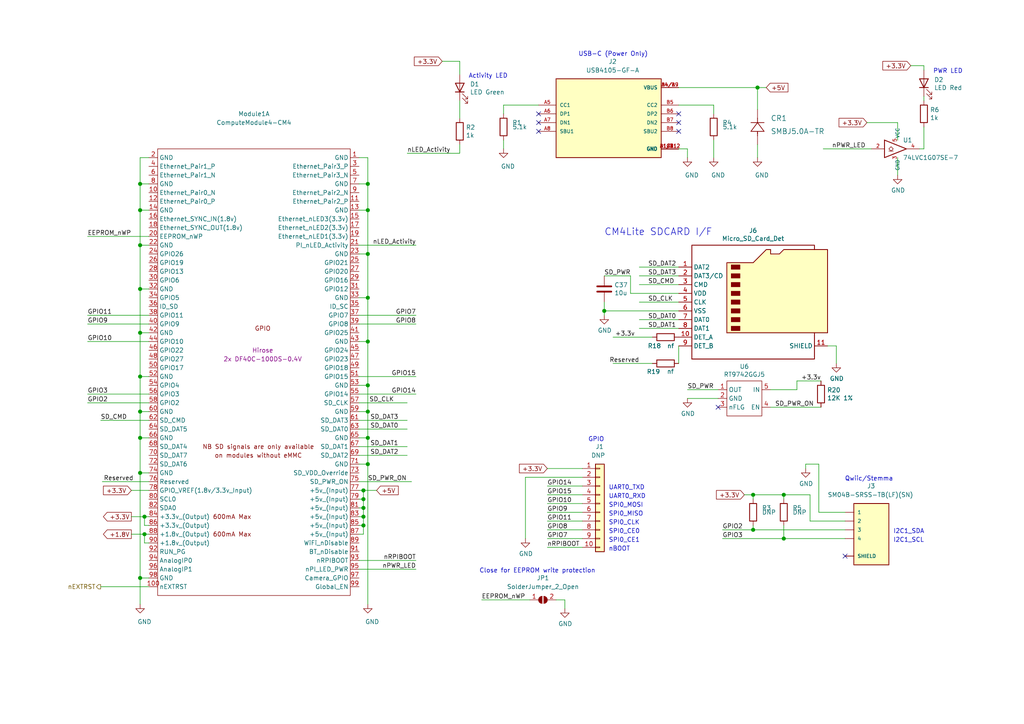
<source format=kicad_sch>
(kicad_sch (version 20231120) (generator "eeschema") (generator_version "8.0")
  (paper "A4")
  (title_block (title "Raspberry Pi Compute Module 4 USB3 and uSD") (date "2024-11-02") (rev "v01") (comment 2 "creativecommons.org/licenses/by-sa/4.0") (comment 3 "License: CC BY-SA 4.0") (comment 4 "Author: Michael Izquierdo"))
  (lib_symbols
    (symbol "2020-11-06_22-01-36:SMBJ5.0A-TR" (pin_numbers hide) (pin_names (offset -1.651) hide)
      (property "Reference" "CR" (at 5.08 4.445 0))
      (property "Value" "SMBJ5.0A-TR" (at 5.08 -7.62 0))
      (symbol "SMBJ5.0A-TR_1_1"
        (pin unspecified line (at 10.16 0 180) (length 2.54) (name "1") (number "1"))
        (pin unspecified line (at 0 0 0) (length 2.54) (name "2") (number "2"))
      )
    )
    (symbol "CM4IO:74LVC1G07_copy"
      (property "Reference" "U" (at -2.54 3.81 0))
      (property "Value" "74LVC1G07_copy" (at 0 -3.81 0))
      (symbol "74LVC1G07_copy_1_1"
        (pin input line (at -7.62 0 0) (length 3.81) (name "~") (number "2"))
        (pin power_in line (at 0 -2.54 270) (length 0) (name "GND") (number "3"))
        (pin open_collector line (at 6.35 0 180) (length 3.81) (name "~") (number "4"))
        (pin power_in line (at 0 2.54 90) (length 0) (name "VCC") (number "5"))
      )
    )
    (symbol "CM4IO:ComputeModule4-CM4"
      (property "Reference" "Module" (at 113.03 -68.58 0))
      (property "Value" "ComputeModule4-CM4" (at 140.97 2.54 0))
      (property "Manufacturer" "Hirose" (at 0 0 0))
      (property "MPN" "2x DF40C-100DS-0.4V" (at 0 -2.54 0))
      (property "MPN (Alt)" "2x DF40HC(3.0)-100DS-0.4V" (at 0 0 0))
      (symbol "ComputeModule4-CM4_1_0"
        (text "GPIO" (at 0 6.35 0) (effects (font (size 1.27 1.27))))
      )
      (symbol "ComputeModule4-CM4_1_1"
        (text "600mA Max" (at -8.89 -53.34 0) (effects (font (size 1.27 1.27))))
        (text "600mA Max" (at -8.89 -48.26 0) (effects (font (size 1.27 1.27))))
        (text "NB SD signals are only available" (at -1.27 -27.94 0) (effects (font (size 1.27 1.27))))
        (text "on modules without eMMC" (at -1.27 -30.48 0) (effects (font (size 1.27 1.27))))
        (pin power_in line (at 27.94 55.88 180) (length 2.54) (name "GND") (number "1"))
        (pin passive line (at -33.02 45.72 0) (length 2.54) (name "Ethernet_Pair0_N") (number "10"))
        (pin output line (at -33.02 -68.58 0) (length 2.54) (name "nEXTRST") (number "100"))
        (pin passive line (at 27.94 43.18 180) (length 2.54) (name "Ethernet_Pair2_P") (number "11"))
        (pin passive line (at -33.02 43.18 0) (length 2.54) (name "Ethernet_Pair0_P") (number "12"))
        (pin power_in line (at 27.94 40.64 180) (length 2.54) (name "GND") (number "13"))
        (pin power_in line (at -33.02 40.64 0) (length 2.54) (name "GND") (number "14"))
        (pin output line (at 27.94 38.1 180) (length 2.54) (name "Ethernet_nLED3(3.3v)") (number "15"))
        (pin input line (at -33.02 38.1 0) (length 2.54) (name "Ethernet_SYNC_IN(1.8v)") (number "16"))
        (pin output line (at 27.94 35.56 180) (length 2.54) (name "Ethernet_nLED2(3.3v)") (number "17"))
        (pin input line (at -33.02 35.56 0) (length 2.54) (name "Ethernet_SYNC_OUT(1.8v)") (number "18"))
        (pin output line (at 27.94 33.02 180) (length 2.54) (name "Ethernet_nLED1(3.3v)") (number "19"))
        (pin power_in line (at -33.02 55.88 0) (length 2.54) (name "GND") (number "2"))
        (pin passive line (at -33.02 33.02 0) (length 2.54) (name "EEPROM_nWP") (number "20"))
        (pin open_collector line (at 27.94 30.48 180) (length 2.54) (name "PI_nLED_Activity") (number "21"))
        (pin power_in line (at -33.02 30.48 0) (length 2.54) (name "GND") (number "22"))
        (pin power_in line (at 27.94 27.94 180) (length 2.54) (name "GND") (number "23"))
        (pin passive line (at -33.02 27.94 0) (length 2.54) (name "GPIO26") (number "24"))
        (pin passive line (at 27.94 25.4 180) (length 2.54) (name "GPIO21") (number "25"))
        (pin passive line (at -33.02 25.4 0) (length 2.54) (name "GPIO19") (number "26"))
        (pin passive line (at 27.94 22.86 180) (length 2.54) (name "GPIO20") (number "27"))
        (pin passive line (at -33.02 22.86 0) (length 2.54) (name "GPIO13") (number "28"))
        (pin passive line (at 27.94 20.32 180) (length 2.54) (name "GPIO16") (number "29"))
        (pin passive line (at 27.94 53.34 180) (length 2.54) (name "Ethernet_Pair3_P") (number "3"))
        (pin passive line (at -33.02 20.32 0) (length 2.54) (name "GPIO6") (number "30"))
        (pin passive line (at 27.94 17.78 180) (length 2.54) (name "GPIO12") (number "31"))
        (pin power_in line (at -33.02 17.78 0) (length 2.54) (name "GND") (number "32"))
        (pin power_in line (at 27.94 15.24 180) (length 2.54) (name "GND") (number "33"))
        (pin passive line (at -33.02 15.24 0) (length 2.54) (name "GPIO5") (number "34"))
        (pin passive line (at 27.94 12.7 180) (length 2.54) (name "ID_SC") (number "35"))
        (pin passive line (at -33.02 12.7 0) (length 2.54) (name "ID_SD") (number "36"))
        (pin passive line (at 27.94 10.16 180) (length 2.54) (name "GPIO7") (number "37"))
        (pin passive line (at -33.02 10.16 0) (length 2.54) (name "GPIO11") (number "38"))
        (pin passive line (at 27.94 7.62 180) (length 2.54) (name "GPIO8") (number "39"))
        (pin passive line (at -33.02 53.34 0) (length 2.54) (name "Ethernet_Pair1_P") (number "4"))
        (pin passive line (at -33.02 7.62 0) (length 2.54) (name "GPIO9") (number "40"))
        (pin passive line (at 27.94 5.08 180) (length 2.54) (name "GPIO25") (number "41"))
        (pin power_in line (at -33.02 5.08 0) (length 2.54) (name "GND") (number "42"))
        (pin power_in line (at 27.94 2.54 180) (length 2.54) (name "GND") (number "43"))
        (pin passive line (at -33.02 2.54 0) (length 2.54) (name "GPIO10") (number "44"))
        (pin passive line (at 27.94 0 180) (length 2.54) (name "GPIO24") (number "45"))
        (pin passive line (at -33.02 0 0) (length 2.54) (name "GPIO22") (number "46"))
        (pin passive line (at 27.94 -2.54 180) (length 2.54) (name "GPIO23") (number "47"))
        (pin passive line (at -33.02 -2.54 0) (length 2.54) (name "GPIO27") (number "48"))
        (pin passive line (at 27.94 -5.08 180) (length 2.54) (name "GPIO18") (number "49"))
        (pin passive line (at 27.94 50.8 180) (length 2.54) (name "Ethernet_Pair3_N") (number "5"))
        (pin passive line (at -33.02 -5.08 0) (length 2.54) (name "GPIO17") (number "50"))
        (pin passive line (at 27.94 -7.62 180) (length 2.54) (name "GPIO15") (number "51"))
        (pin power_in line (at -33.02 -7.62 0) (length 2.54) (name "GND") (number "52"))
        (pin power_in line (at 27.94 -10.16 180) (length 2.54) (name "GND") (number "53"))
        (pin passive line (at -33.02 -10.16 0) (length 2.54) (name "GPIO4") (number "54"))
        (pin passive line (at 27.94 -12.7 180) (length 2.54) (name "GPIO14") (number "55"))
        (pin passive line (at -33.02 -12.7 0) (length 2.54) (name "GPIO3") (number "56"))
        (pin passive line (at 27.94 -15.24 180) (length 2.54) (name "SD_CLK") (number "57"))
        (pin passive line (at -33.02 -15.24 0) (length 2.54) (name "GPIO2") (number "58"))
        (pin power_in line (at 27.94 -17.78 180) (length 2.54) (name "GND") (number "59"))
        (pin passive line (at -33.02 50.8 0) (length 2.54) (name "Ethernet_Pair1_N") (number "6"))
        (pin power_in line (at -33.02 -17.78 0) (length 2.54) (name "GND") (number "60"))
        (pin passive line (at 27.94 -20.32 180) (length 2.54) (name "SD_DAT3") (number "61"))
        (pin passive line (at -33.02 -20.32 0) (length 2.54) (name "SD_CMD") (number "62"))
        (pin passive line (at 27.94 -22.86 180) (length 2.54) (name "SD_DAT0") (number "63"))
        (pin passive line (at -33.02 -22.86 0) (length 2.54) (name "SD_DAT5") (number "64"))
        (pin power_in line (at 27.94 -25.4 180) (length 2.54) (name "GND") (number "65"))
        (pin power_in line (at -33.02 -25.4 0) (length 2.54) (name "GND") (number "66"))
        (pin passive line (at 27.94 -27.94 180) (length 2.54) (name "SD_DAT1") (number "67"))
        (pin passive line (at -33.02 -27.94 0) (length 2.54) (name "SD_DAT4") (number "68"))
        (pin passive line (at 27.94 -30.48 180) (length 2.54) (name "SD_DAT2") (number "69"))
        (pin power_in line (at 27.94 48.26 180) (length 2.54) (name "GND") (number "7"))
        (pin passive line (at -33.02 -30.48 0) (length 2.54) (name "SD_DAT7") (number "70"))
        (pin power_in line (at 27.94 -33.02 180) (length 2.54) (name "GND") (number "71"))
        (pin passive line (at -33.02 -33.02 0) (length 2.54) (name "SD_DAT6") (number "72"))
        (pin input line (at 27.94 -35.56 180) (length 2.54) (name "SD_VDD_Override") (number "73"))
        (pin power_in line (at -33.02 -35.56 0) (length 2.54) (name "GND") (number "74"))
        (pin output line (at 27.94 -38.1 180) (length 2.54) (name "SD_PWR_ON") (number "75"))
        (pin passive line (at -33.02 -38.1 0) (length 2.54) (name "Reserved") (number "76"))
        (pin power_in line (at 27.94 -40.64 180) (length 2.54) (name "+5v_(Input)") (number "77"))
        (pin power_in line (at -33.02 -40.64 0) (length 2.54) (name "GPIO_VREF(1.8v/3.3v_Input)") (number "78"))
        (pin power_in line (at 27.94 -43.18 180) (length 2.54) (name "+5v_(Input)") (number "79"))
        (pin power_in line (at -33.02 48.26 0) (length 2.54) (name "GND") (number "8"))
        (pin passive line (at -33.02 -43.18 0) (length 2.54) (name "SCL0") (number "80"))
        (pin power_in line (at 27.94 -45.72 180) (length 2.54) (name "+5v_(Input)") (number "81"))
        (pin passive line (at -33.02 -45.72 0) (length 2.54) (name "SDA0") (number "82"))
        (pin power_in line (at 27.94 -48.26 180) (length 2.54) (name "+5v_(Input)") (number "83"))
        (pin power_out line (at -33.02 -48.26 0) (length 2.54) (name "+3.3v_(Output)") (number "84"))
        (pin power_in line (at 27.94 -50.8 180) (length 2.54) (name "+5v_(Input)") (number "85"))
        (pin power_out line (at -33.02 -50.8 0) (length 2.54) (name "+3.3v_(Output)") (number "86"))
        (pin power_in line (at 27.94 -53.34 180) (length 2.54) (name "+5v_(Input)") (number "87"))
        (pin power_out line (at -33.02 -53.34 0) (length 2.54) (name "+1.8v_(Output)") (number "88"))
        (pin power_in line (at 27.94 -55.88 180) (length 2.54) (name "WiFi_nDisable") (number "89"))
        (pin passive line (at 27.94 45.72 180) (length 2.54) (name "Ethernet_Pair2_N") (number "9"))
        (pin power_out line (at -33.02 -55.88 0) (length 2.54) (name "+1.8v_(Output)") (number "90"))
        (pin power_in line (at 27.94 -58.42 180) (length 2.54) (name "BT_nDisable") (number "91"))
        (pin passive line (at -33.02 -58.42 0) (length 2.54) (name "RUN_PG") (number "92"))
        (pin input line (at 27.94 -60.96 180) (length 2.54) (name "nRPIBOOT") (number "93"))
        (pin passive line (at -33.02 -60.96 0) (length 2.54) (name "AnalogIP0") (number "94"))
        (pin output line (at 27.94 -63.5 180) (length 2.54) (name "nPI_LED_PWR") (number "95"))
        (pin passive line (at -33.02 -63.5 0) (length 2.54) (name "AnalogIP1") (number "96"))
        (pin passive line (at 27.94 -66.04 180) (length 2.54) (name "Camera_GPIO") (number "97"))
        (pin power_in line (at -33.02 -66.04 0) (length 2.54) (name "GND") (number "98"))
        (pin input line (at 27.94 -68.58 180) (length 2.54) (name "Global_EN") (number "99"))
      )
      (symbol "ComputeModule4-CM4_2_1"
        (text "High Speed Serial" (at 140.97 0 0) (effects (font (size 1.27 1.27))))
        (pin input line (at 170.18 60.96 180) (length 5.08) (name "USB_OTG_ID") (number "101"))
        (pin input line (at 109.22 60.96 0) (length 5.08) (name "PCIe_CLK_nREQ") (number "102"))
        (pin passive line (at 170.18 58.42 180) (length 5.08) (name "USB2_N") (number "103"))
        (pin passive line (at 109.22 58.42 0) (length 5.08) (name "Reserved") (number "104"))
        (pin passive line (at 170.18 55.88 180) (length 5.08) (name "USB2_P") (number "105"))
        (pin passive line (at 109.22 55.88 0) (length 5.08) (name "Reserved") (number "106"))
        (pin power_in line (at 170.18 53.34 180) (length 5.08) (name "GND") (number "107"))
        (pin power_in line (at 109.22 53.34 0) (length 5.08) (name "GND") (number "108"))
        (pin bidirectional line (at 170.18 50.8 180) (length 5.08) (name "PCIe_nRST") (number "109"))
        (pin output line (at 109.22 50.8 0) (length 5.08) (name "PCIe_CLK_P") (number "110"))
        (pin passive line (at 170.18 48.26 180) (length 5.08) (name "VDAC_COMP") (number "111"))
        (pin output line (at 109.22 48.26 0) (length 5.08) (name "PCIe_CLK_N") (number "112"))
        (pin power_in line (at 170.18 45.72 180) (length 5.08) (name "GND") (number "113"))
        (pin power_in line (at 109.22 45.72 0) (length 5.08) (name "GND") (number "114"))
        (pin input line (at 170.18 43.18 180) (length 5.08) (name "CAM1_D0_N") (number "115"))
        (pin input line (at 109.22 43.18 0) (length 5.08) (name "PCIe_RX_P") (number "116"))
        (pin input line (at 170.18 40.64 180) (length 5.08) (name "CAM1_D0_P") (number "117"))
        (pin input line (at 109.22 40.64 0) (length 5.08) (name "PCIe_RX_N") (number "118"))
        (pin power_in line (at 170.18 38.1 180) (length 5.08) (name "GND") (number "119"))
        (pin power_in line (at 109.22 38.1 0) (length 5.08) (name "GND") (number "120"))
        (pin input line (at 170.18 35.56 180) (length 5.08) (name "CAM1_D1_N") (number "121"))
        (pin output line (at 109.22 35.56 0) (length 5.08) (name "PCIe_TX_P") (number "122"))
        (pin input line (at 170.18 33.02 180) (length 5.08) (name "CAM1_D1_P") (number "123"))
        (pin output line (at 109.22 33.02 0) (length 5.08) (name "PCIe_TX_N") (number "124"))
        (pin power_in line (at 170.18 30.48 180) (length 5.08) (name "GND") (number "125"))
        (pin power_in line (at 109.22 30.48 0) (length 5.08) (name "GND") (number "126"))
        (pin input line (at 170.18 27.94 180) (length 5.08) (name "CAM1_C_N") (number "127"))
        (pin input line (at 109.22 27.94 0) (length 5.08) (name "CAM0_D0_N") (number "128"))
        (pin input line (at 170.18 25.4 180) (length 5.08) (name "CAM1_C_P") (number "129"))
        (pin input line (at 109.22 25.4 0) (length 5.08) (name "CAM0_D0_P") (number "130"))
        (pin power_in line (at 170.18 22.86 180) (length 5.08) (name "GND") (number "131"))
        (pin power_in line (at 109.22 22.86 0) (length 5.08) (name "GND") (number "132"))
        (pin input line (at 170.18 20.32 180) (length 5.08) (name "CAM1_D2_N") (number "133"))
        (pin input line (at 109.22 20.32 0) (length 5.08) (name "CAM0_D1_N") (number "134"))
        (pin input line (at 170.18 17.78 180) (length 5.08) (name "CAM1_D2_P") (number "135"))
        (pin input line (at 109.22 17.78 0) (length 5.08) (name "CAM0_D1_P") (number "136"))
        (pin power_in line (at 170.18 15.24 180) (length 5.08) (name "GND") (number "137"))
        (pin power_in line (at 109.22 15.24 0) (length 5.08) (name "GND") (number "138"))
        (pin input line (at 170.18 12.7 180) (length 5.08) (name "CAM1_D3_N") (number "139"))
        (pin input line (at 109.22 12.7 0) (length 5.08) (name "CAM0_C_N") (number "140"))
        (pin input line (at 170.18 10.16 180) (length 5.08) (name "CAM1_D3_P") (number "141"))
        (pin input line (at 109.22 10.16 0) (length 5.08) (name "CAM0_C_P") (number "142"))
        (pin input line (at 170.18 7.62 180) (length 5.08) (name "HDMI1_HOTPLUG") (number "143"))
        (pin power_in line (at 109.22 7.62 0) (length 5.08) (name "GND") (number "144"))
        (pin bidirectional line (at 170.18 5.08 180) (length 5.08) (name "HDMI1_SDA") (number "145"))
        (pin output line (at 109.22 5.08 0) (length 5.08) (name "HDMI1_TX2_P") (number "146"))
        (pin open_collector line (at 170.18 2.54 180) (length 5.08) (name "HDMI1_SCL") (number "147"))
        (pin output line (at 109.22 2.54 0) (length 5.08) (name "HDMI1_TX2_N") (number "148"))
        (pin open_collector line (at 170.18 0 180) (length 5.08) (name "HDMI1_CEC") (number "149"))
        (pin power_in line (at 109.22 0 0) (length 5.08) (name "GND") (number "150"))
        (pin open_collector line (at 170.18 -2.54 180) (length 5.08) (name "HDMI0_CEC") (number "151"))
        (pin output line (at 109.22 -2.54 0) (length 5.08) (name "HDMI1_TX1_P") (number "152"))
        (pin input line (at 170.18 -5.08 180) (length 5.08) (name "HDMI0_HOTPLUG") (number "153"))
        (pin output line (at 109.22 -5.08 0) (length 5.08) (name "HDMI1_TX1_N") (number "154"))
        (pin power_in line (at 170.18 -7.62 180) (length 5.08) (name "GND") (number "155"))
        (pin power_in line (at 109.22 -7.62 0) (length 5.08) (name "GND") (number "156"))
        (pin output line (at 170.18 -10.16 180) (length 5.08) (name "DSI0_D0_N") (number "157"))
        (pin output line (at 109.22 -10.16 0) (length 5.08) (name "HDMI1_TX0_P") (number "158"))
        (pin output line (at 170.18 -12.7 180) (length 5.08) (name "DSI0_D0_P") (number "159"))
        (pin output line (at 109.22 -12.7 0) (length 5.08) (name "HDMI1_TX0_N") (number "160"))
        (pin power_in line (at 170.18 -15.24 180) (length 5.08) (name "GND") (number "161"))
        (pin power_in line (at 109.22 -15.24 0) (length 5.08) (name "GND") (number "162"))
        (pin output line (at 170.18 -17.78 180) (length 5.08) (name "DSI0_D1_N") (number "163"))
        (pin output line (at 109.22 -17.78 0) (length 5.08) (name "HDMI1_CLK_P") (number "164"))
        (pin output line (at 170.18 -20.32 180) (length 5.08) (name "DSI0_D1_P") (number "165"))
        (pin output line (at 109.22 -20.32 0) (length 5.08) (name "HDMI1_CLK_N") (number "166"))
        (pin power_in line (at 170.18 -22.86 180) (length 5.08) (name "GND") (number "167"))
        (pin power_in line (at 109.22 -22.86 0) (length 5.08) (name "GND") (number "168"))
        (pin output line (at 170.18 -25.4 180) (length 5.08) (name "DSI0_C_N") (number "169"))
        (pin output line (at 109.22 -25.4 0) (length 5.08) (name "HDMI0_TX2_P") (number "170"))
        (pin output line (at 170.18 -27.94 180) (length 5.08) (name "DSI0_C_P") (number "171"))
        (pin output line (at 109.22 -27.94 0) (length 5.08) (name "HDMI0_TX2_N") (number "172"))
        (pin power_in line (at 170.18 -30.48 180) (length 5.08) (name "GND") (number "173"))
        (pin power_in line (at 109.22 -30.48 0) (length 5.08) (name "GND") (number "174"))
        (pin output line (at 170.18 -33.02 180) (length 5.08) (name "DSI1_D0_N") (number "175"))
        (pin output line (at 109.22 -33.02 0) (length 5.08) (name "HDMI0_TX1_P") (number "176"))
        (pin output line (at 170.18 -35.56 180) (length 5.08) (name "DSI1_D0_P") (number "177"))
        (pin output line (at 109.22 -35.56 0) (length 5.08) (name "HDMI0_TX1_N") (number "178"))
        (pin power_in line (at 170.18 -38.1 180) (length 5.08) (name "GND") (number "179"))
        (pin power_in line (at 109.22 -38.1 0) (length 5.08) (name "GND") (number "180"))
        (pin output line (at 170.18 -40.64 180) (length 5.08) (name "DSI1_D1_N") (number "181"))
        (pin output line (at 109.22 -40.64 0) (length 5.08) (name "HDMI0_TX0_P") (number "182"))
        (pin output line (at 170.18 -43.18 180) (length 5.08) (name "DSI1_D1_P") (number "183"))
        (pin output line (at 109.22 -43.18 0) (length 5.08) (name "HDMI0_TX0_N") (number "184"))
        (pin power_in line (at 170.18 -45.72 180) (length 5.08) (name "GND") (number "185"))
        (pin power_in line (at 109.22 -45.72 0) (length 5.08) (name "GND") (number "186"))
        (pin output line (at 170.18 -48.26 180) (length 5.08) (name "DSI1_C_N") (number "187"))
        (pin output line (at 109.22 -48.26 0) (length 5.08) (name "HDMI0_CLK_P") (number "188"))
        (pin output line (at 170.18 -50.8 180) (length 5.08) (name "DSI1_C_P") (number "189"))
        (pin output line (at 109.22 -50.8 0) (length 5.08) (name "HDMI0_CLK_N") (number "190"))
        (pin power_in line (at 170.18 -53.34 180) (length 5.08) (name "GND") (number "191"))
        (pin power_in line (at 109.22 -53.34 0) (length 5.08) (name "GND") (number "192"))
        (pin output line (at 170.18 -55.88 180) (length 5.08) (name "DSI1_D2_N") (number "193"))
        (pin output line (at 109.22 -55.88 0) (length 5.08) (name "DSI1_D3_N") (number "194"))
        (pin output line (at 170.18 -58.42 180) (length 5.08) (name "DSI1_D2_P") (number "195"))
        (pin output line (at 109.22 -58.42 0) (length 5.08) (name "DSI1_D3_P") (number "196"))
        (pin power_in line (at 170.18 -60.96 180) (length 5.08) (name "GND") (number "197"))
        (pin power_in line (at 109.22 -60.96 0) (length 5.08) (name "GND") (number "198"))
        (pin bidirectional line (at 170.18 -63.5 180) (length 5.08) (name "HDMI0_SDA") (number "199"))
        (pin open_collector line (at 109.22 -63.5 0) (length 5.08) (name "HDMI0_SCL") (number "200"))
      )
    )
    (symbol "CM4IO:RT9742GGJ5"
      (property "Reference" "U" (at 0 0 0))
      (property "Value" "RT9742GGJ5" (at 0 0 0))
      (symbol "RT9742GGJ5_0_0"
        (pin power_out line (at -8.89 10.16 0) (length 2.54) (name "OUT") (number "1"))
        (pin power_in line (at -8.89 7.62 0) (length 2.54) (name "GND") (number "2"))
        (pin open_collector line (at -8.89 5.08 0) (length 2.54) (name "nFLG") (number "3"))
        (pin input line (at 6.35 5.08 180) (length 2.54) (name "EN") (number "4"))
        (pin power_in line (at 6.35 10.16 180) (length 2.54) (name "IN") (number "5"))
      )
    )
    (symbol "Connector:Micro_SD_Card_Det"
      (property "Reference" "J" (at -16.51 17.78 0))
      (property "Value" "Micro_SD_Card_Det" (at 16.51 17.78 0))
      (symbol "Micro_SD_Card_Det_1_1"
        (pin bidirectional line (at -22.86 10.16 0) (length 3.81) (name "DAT2") (number "1"))
        (pin passive line (at -22.86 -10.16 0) (length 3.81) (name "DET_A") (number "10"))
        (pin passive line (at 20.32 -12.7 180) (length 3.81) (name "SHIELD") (number "11"))
        (pin bidirectional line (at -22.86 7.62 0) (length 3.81) (name "DAT3/CD") (number "2"))
        (pin input line (at -22.86 5.08 0) (length 3.81) (name "CMD") (number "3"))
        (pin power_in line (at -22.86 2.54 0) (length 3.81) (name "VDD") (number "4"))
        (pin input line (at -22.86 0 0) (length 3.81) (name "CLK") (number "5"))
        (pin power_in line (at -22.86 -2.54 0) (length 3.81) (name "VSS") (number "6"))
        (pin bidirectional line (at -22.86 -5.08 0) (length 3.81) (name "DAT0") (number "7"))
        (pin bidirectional line (at -22.86 -7.62 0) (length 3.81) (name "DAT1") (number "8"))
        (pin passive line (at -22.86 -12.7 0) (length 3.81) (name "DET_B") (number "9"))
      )
    )
    (symbol "Connector_Generic:Conn_01x10" (pin_names (offset 1.016) hide)
      (property "Reference" "J" (at 0 12.7 0))
      (property "Value" "Conn_01x10" (at 0 -15.24 0))
      (symbol "Conn_01x10_1_1"
        (pin passive line (at -5.08 10.16 0) (length 3.81) (name "Pin_1") (number "1"))
        (pin passive line (at -5.08 -12.7 0) (length 3.81) (name "Pin_10") (number "10"))
        (pin passive line (at -5.08 7.62 0) (length 3.81) (name "Pin_2") (number "2"))
        (pin passive line (at -5.08 5.08 0) (length 3.81) (name "Pin_3") (number "3"))
        (pin passive line (at -5.08 2.54 0) (length 3.81) (name "Pin_4") (number "4"))
        (pin passive line (at -5.08 0 0) (length 3.81) (name "Pin_5") (number "5"))
        (pin passive line (at -5.08 -2.54 0) (length 3.81) (name "Pin_6") (number "6"))
        (pin passive line (at -5.08 -5.08 0) (length 3.81) (name "Pin_7") (number "7"))
        (pin passive line (at -5.08 -7.62 0) (length 3.81) (name "Pin_8") (number "8"))
        (pin passive line (at -5.08 -10.16 0) (length 3.81) (name "Pin_9") (number "9"))
      )
    )
    (symbol "Device:C" (pin_numbers hide) (pin_names (offset 0.254))
      (property "Reference" "C" (at 0.635 2.54 0))
      (property "Value" "C" (at 0.635 -2.54 0))
      (symbol "C_1_1"
        (pin passive line (at 0 3.81 270) (length 2.794) (name "~") (number "1"))
        (pin passive line (at 0 -3.81 90) (length 2.794) (name "~") (number "2"))
      )
    )
    (symbol "Device:LED" (pin_numbers hide) (pin_names (offset 1.016) hide)
      (property "Reference" "D" (at 0 2.54 0))
      (property "Value" "LED" (at 0 -2.54 0))
      (symbol "LED_1_1"
        (pin passive line (at -3.81 0 0) (length 2.54) (name "K") (number "1"))
        (pin passive line (at 3.81 0 180) (length 2.54) (name "A") (number "2"))
      )
    )
    (symbol "Device:R" (pin_numbers hide) (pin_names (offset 0))
      (property "Reference" "R" (at 2.032 0 90))
      (property "Value" "R" (at 0 0 90))
      (symbol "R_1_1"
        (pin passive line (at 0 3.81 270) (length 1.27) (name "~") (number "1"))
        (pin passive line (at 0 -3.81 90) (length 1.27) (name "~") (number "2"))
      )
    )
    (symbol "Jumper:SolderJumper_2_Open" (pin_names (offset 0) hide)
      (property "Reference" "JP" (at 0 2.032 0))
      (property "Value" "SolderJumper_2_Open" (at 0 -2.54 0))
      (symbol "SolderJumper_2_Open_1_1"
        (pin passive line (at -3.81 0 0) (length 2.54) (name "A") (number "1"))
        (pin passive line (at 3.81 0 180) (length 2.54) (name "B") (number "2"))
      )
    )
    (symbol "SM04B-SRSS-TB_LF__SN_:SM04B-SRSS-TB(LF)(SN)" (pin_numbers hide) (pin_names (offset 1.016))
      (property "Reference" "J" (at -5.08 8.1534 0))
      (property "Value" "SM04B-SRSS-TB(LF)(SN)" (at -5.08 -11.9634 0))
      (symbol "SM04B-SRSS-TB(LF)(SN)_0_0"
        (pin passive line (at -7.62 5.08 0) (length 2.54) (name "1") (number "1"))
        (pin passive line (at -7.62 2.54 0) (length 2.54) (name "2") (number "2"))
        (pin passive line (at -7.62 0 0) (length 2.54) (name "3") (number "3"))
        (pin passive line (at -7.62 -2.54 0) (length 2.54) (name "4") (number "4"))
        (pin passive line (at -7.62 -7.62 0) (length 2.54) (name "SHIELD") (number "S1"))
        (pin passive line (at -7.62 -7.62 0) (length 2.54) (name "SHIELD") (number "S2"))
      )
    )
    (symbol "USB4105-GF-A:USB4105-GF-A" (pin_names (offset 1.016))
      (property "Reference" "J" (at -15.24 13.97 0))
      (property "Value" "USB4105-GF-A" (at -15.24 -12.7 0))
      (symbol "USB4105-GF-A_0_0"
        (pin power_in line (at 20.32 -7.62 180) (length 5.08) (name "GND") (number "A1/B12"))
        (pin power_in line (at 20.32 10.16 180) (length 5.08) (name "VBUS") (number "A4/B9"))
        (pin bidirectional line (at -20.32 5.08 0) (length 5.08) (name "CC1") (number "A5"))
        (pin bidirectional line (at -20.32 2.54 0) (length 5.08) (name "DP1") (number "A6"))
        (pin bidirectional line (at -20.32 0 0) (length 5.08) (name "DN1") (number "A7"))
        (pin bidirectional line (at -20.32 -2.54 0) (length 5.08) (name "SBU1") (number "A8"))
        (pin power_in line (at 20.32 -7.62 180) (length 5.08) (name "GND") (number "B1/A12"))
        (pin power_in line (at 20.32 10.16 180) (length 5.08) (name "VBUS") (number "B4/A9"))
        (pin bidirectional line (at 20.32 5.08 180) (length 5.08) (name "CC2") (number "B5"))
        (pin bidirectional line (at 20.32 2.54 180) (length 5.08) (name "DP2") (number "B6"))
        (pin bidirectional line (at 20.32 0 180) (length 5.08) (name "DN2") (number "B7"))
        (pin bidirectional line (at 20.32 -2.54 180) (length 5.08) (name "SBU2") (number "B8"))
        (pin power_in line (at 20.32 -7.62 180) (length 5.08) (name "GND") (number "G1"))
        (pin power_in line (at 20.32 -7.62 180) (length 5.08) (name "GND") (number "G2"))
        (pin power_in line (at 20.32 -7.62 180) (length 5.08) (name "GND") (number "G3"))
        (pin power_in line (at 20.32 -7.62 180) (length 5.08) (name "GND") (number "G4"))
      )
    )
    (symbol "power:GND" (power) (pin_names (offset 0))
      (property "Value" "GND" (at 0 -3.81 0))
      (symbol "GND_1_1"
        (pin power_in line (at 0 0 270) (length 0) hide (name "GND") (number "1"))
      )
    )
  )
  (junction (at 106.68 134.62) (diameter 1.016))
  (junction (at 106.68 60.96) (diameter 1.016))
  (junction (at 218.44 143.51) (diameter 1.016))
  (junction (at 40.64 127) (diameter 1.016))
  (junction (at 218.44 153.67) (diameter 1.016))
  (junction (at 106.68 119.38) (diameter 1.016))
  (junction (at 105.41 142.24) (diameter 1.016))
  (junction (at 40.64 60.96) (diameter 1.016))
  (junction (at 105.41 149.86) (diameter 1.016))
  (junction (at 40.64 137.16) (diameter 1.016))
  (junction (at 40.64 96.52) (diameter 1.016))
  (junction (at 40.64 83.82) (diameter 1.016))
  (junction (at 106.68 111.76) (diameter 1.016))
  (junction (at 40.64 109.22) (diameter 1.016))
  (junction (at 106.68 99.06) (diameter 1.016))
  (junction (at 40.64 71.12) (diameter 1.016))
  (junction (at 105.41 144.78) (diameter 1.016))
  (junction (at 175.26 90.17) (diameter 1.016))
  (junction (at 41.91 154.94) (diameter 1.016))
  (junction (at 106.68 127) (diameter 1.016))
  (junction (at 219.71 25.4) (diameter 1.016))
  (junction (at 40.64 119.38) (diameter 1.016))
  (junction (at 41.91 149.86) (diameter 1.016))
  (junction (at 106.68 86.36) (diameter 1.016))
  (junction (at 106.68 53.34) (diameter 1.016))
  (junction (at 227.33 143.51) (diameter 1.016))
  (junction (at 40.64 167.64) (diameter 1.016))
  (junction (at 106.68 73.66) (diameter 1.016))
  (junction (at 227.33 156.21) (diameter 1.016))
  (junction (at 105.41 147.32) (diameter 1.016))
  (junction (at 105.41 152.4) (diameter 1.016))
  (junction (at 40.64 53.34) (diameter 1.016))
  (no_connect (at 196.85 38.1))
  (no_connect (at 208.28 118.11))
  (no_connect (at 196.85 35.56))
  (no_connect (at 156.21 35.56))
  (no_connect (at 245.11 161.29))
  (no_connect (at 156.21 33.02))
  (no_connect (at 196.85 33.02))
  (no_connect (at 156.21 38.1))
  (wire (pts (xy 158.75 148.59) (xy 168.91 148.59)))
  (wire (pts (xy 106.68 73.66) (xy 106.68 86.36)))
  (wire (pts (xy 219.71 25.4) (xy 222.25 25.4)))
  (wire (pts (xy 223.52 113.03) (xy 231.14 113.03)))
  (wire (pts (xy 118.11 44.45) (xy 133.35 44.45)))
  (wire (pts (xy 40.64 109.22) (xy 40.64 119.38)))
  (wire (pts (xy 106.68 127) (xy 106.68 134.62)))
  (wire (pts (xy 196.85 43.18) (xy 199.39 43.18)))
  (wire (pts (xy 219.71 25.4) (xy 219.71 31.75)))
  (wire (pts (xy 105.41 152.4) (xy 105.41 149.86)))
  (wire (pts (xy 41.91 154.94) (xy 43.18 154.94)))
  (wire (pts (xy 146.05 40.64) (xy 146.05 43.18)))
  (wire (pts (xy 104.14 114.3) (xy 120.65 114.3)))
  (wire (pts (xy 133.35 29.21) (xy 133.35 34.29)))
  (wire (pts (xy 218.44 143.51) (xy 227.33 143.51)))
  (wire (pts (xy 196.85 100.33) (xy 196.85 105.41)))
  (wire (pts (xy 40.64 109.22) (xy 43.18 109.22)))
  (wire (pts (xy 40.64 119.38) (xy 40.64 127)))
  (wire (pts (xy 106.68 119.38) (xy 106.68 127)))
  (wire (pts (xy 104.14 60.96) (xy 106.68 60.96)))
  (wire (pts (xy 104.14 139.7) (xy 119.38 139.7)))
  (wire (pts (xy 267.97 27.94) (xy 267.97 29.21)))
  (wire (pts (xy 40.64 96.52) (xy 43.18 96.52)))
  (wire (pts (xy 267.97 19.05) (xy 264.16 19.05)))
  (wire (pts (xy 237.49 148.59) (xy 245.11 148.59)))
  (wire (pts (xy 158.75 156.21) (xy 168.91 156.21)))
  (wire (pts (xy 158.75 151.13) (xy 168.91 151.13)))
  (wire (pts (xy 196.85 80.01) (xy 185.42 80.01)))
  (wire (pts (xy 40.64 137.16) (xy 43.18 137.16)))
  (wire (pts (xy 196.85 30.48) (xy 207.01 30.48)))
  (wire (pts (xy 41.91 152.4) (xy 41.91 149.86)))
  (wire (pts (xy 106.68 134.62) (xy 106.68 175.26)))
  (wire (pts (xy 105.41 142.24) (xy 109.22 142.24)))
  (wire (pts (xy 104.14 149.86) (xy 105.41 149.86)))
  (wire (pts (xy 242.57 100.33) (xy 242.57 105.41)))
  (wire (pts (xy 41.91 149.86) (xy 43.18 149.86)))
  (wire (pts (xy 104.14 147.32) (xy 105.41 147.32)))
  (wire (pts (xy 146.05 30.48) (xy 146.05 33.02)))
  (wire (pts (xy 43.18 152.4) (xy 41.91 152.4)))
  (wire (pts (xy 104.14 132.08) (xy 118.11 132.08)))
  (wire (pts (xy 139.7 173.99) (xy 153.67 173.99)))
  (wire (pts (xy 104.14 152.4) (xy 105.41 152.4)))
  (wire (pts (xy 238.125 110.49) (xy 231.14 110.49)))
  (wire (pts (xy 233.68 135.89) (xy 233.68 134.62)))
  (wire (pts (xy 104.14 165.1) (xy 120.65 165.1)))
  (wire (pts (xy 227.33 143.51) (xy 227.33 144.78)))
  (wire (pts (xy 40.64 137.16) (xy 40.64 167.64)))
  (wire (pts (xy 267.97 20.32) (xy 267.97 19.05)))
  (wire (pts (xy 29.6672 139.7) (xy 43.18 139.7)))
  (wire (pts (xy 40.64 53.34) (xy 43.18 53.34)))
  (wire (pts (xy 104.14 99.06) (xy 106.68 99.06)))
  (wire (pts (xy 104.14 154.94) (xy 105.41 154.94)))
  (wire (pts (xy 104.14 45.72) (xy 106.68 45.72)))
  (wire (pts (xy 41.91 157.48) (xy 41.91 154.94)))
  (wire (pts (xy 104.14 91.44) (xy 120.65 91.44)))
  (wire (pts (xy 105.41 154.94) (xy 105.41 152.4)))
  (wire (pts (xy 185.42 77.47) (xy 196.85 77.47)))
  (wire (pts (xy 207.01 30.48) (xy 207.01 33.02)))
  (wire (pts (xy 231.14 110.49) (xy 231.14 113.03)))
  (wire (pts (xy 40.64 127) (xy 40.64 137.16)))
  (wire (pts (xy 133.35 44.45) (xy 133.35 41.91)))
  (wire (pts (xy 25.4 68.58) (xy 43.18 68.58)))
  (wire (pts (xy 118.11 116.84) (xy 104.14 116.84)))
  (wire (pts (xy 219.71 41.91) (xy 219.71 45.72)))
  (wire (pts (xy 175.26 87.63) (xy 175.26 90.17)))
  (wire (pts (xy 40.64 53.34) (xy 40.64 60.96)))
  (wire (pts (xy 40.64 96.52) (xy 40.64 109.22)))
  (wire (pts (xy 227.33 152.4) (xy 227.33 156.21)))
  (wire (pts (xy 104.14 71.12) (xy 120.65 71.12)))
  (wire (pts (xy 218.44 152.4) (xy 218.44 153.67)))
  (wire (pts (xy 175.26 90.17) (xy 196.85 90.17)))
  (wire (pts (xy 177.8 105.41) (xy 189.23 105.41)))
  (wire (pts (xy 175.26 90.17) (xy 175.26 91.44)))
  (wire (pts (xy 177.8 97.79) (xy 189.23 97.79)))
  (wire (pts (xy 104.14 109.22) (xy 120.65 109.22)))
  (wire (pts (xy 104.14 142.24) (xy 105.41 142.24)))
  (wire (pts (xy 40.64 167.64) (xy 43.18 167.64)))
  (wire (pts (xy 29.21 121.92) (xy 43.18 121.92)))
  (wire (pts (xy 106.68 53.34) (xy 106.68 60.96)))
  (wire (pts (xy 208.28 113.03) (xy 199.39 113.03)))
  (wire (pts (xy 158.75 158.75) (xy 168.91 158.75)))
  (wire (pts (xy 105.41 144.78) (xy 105.41 142.24)))
  (wire (pts (xy 105.41 147.32) (xy 105.41 144.78)))
  (wire (pts (xy 106.68 111.76) (xy 106.68 119.38)))
  (wire (pts (xy 38.1 142.24) (xy 43.18 142.24)))
  (wire (pts (xy 25.4 99.06) (xy 43.18 99.06)))
  (wire (pts (xy 158.75 135.89) (xy 168.91 135.89)))
  (wire (pts (xy 196.85 25.4) (xy 219.71 25.4)))
  (wire (pts (xy 161.29 173.99) (xy 163.83 173.99)))
  (wire (pts (xy 104.14 119.38) (xy 106.68 119.38)))
  (wire (pts (xy 208.28 115.57) (xy 199.39 115.57)))
  (wire (pts (xy 25.4 93.98) (xy 43.18 93.98)))
  (wire (pts (xy 38.1 149.86) (xy 41.91 149.86)))
  (wire (pts (xy 260.35 45.72) (xy 260.35 50.8)))
  (wire (pts (xy 118.11 129.54) (xy 104.14 129.54)))
  (wire (pts (xy 40.64 127) (xy 43.18 127)))
  (wire (pts (xy 104.14 144.78) (xy 105.41 144.78)))
  (wire (pts (xy 185.42 92.71) (xy 196.85 92.71)))
  (wire (pts (xy 43.18 157.48) (xy 41.91 157.48)))
  (wire (pts (xy 245.11 151.13) (xy 234.95 151.13)))
  (wire (pts (xy 158.75 146.05) (xy 168.91 146.05)))
  (wire (pts (xy 185.42 82.55) (xy 196.85 82.55)))
  (wire (pts (xy 182.88 85.09) (xy 182.88 80.01)))
  (wire (pts (xy 104.14 162.56) (xy 120.65 162.56)))
  (wire (pts (xy 196.85 95.25) (xy 185.42 95.25)))
  (wire (pts (xy 209.55 153.67) (xy 218.44 153.67)))
  (wire (pts (xy 118.11 121.92) (xy 104.14 121.92)))
  (wire (pts (xy 240.03 100.33) (xy 242.57 100.33)))
  (wire (pts (xy 29.21 170.18) (xy 43.18 170.18)))
  (wire (pts (xy 260.35 40.64) (xy 260.35 35.56)))
  (wire (pts (xy 199.39 43.18) (xy 199.39 45.72)))
  (wire (pts (xy 40.64 83.82) (xy 40.64 96.52)))
  (wire (pts (xy 233.68 134.62) (xy 237.49 134.62)))
  (wire (pts (xy 38.1 154.94) (xy 41.91 154.94)))
  (wire (pts (xy 207.01 40.64) (xy 207.01 45.72)))
  (wire (pts (xy 105.41 149.86) (xy 105.41 147.32)))
  (wire (pts (xy 218.44 153.67) (xy 245.11 153.67)))
  (wire (pts (xy 40.64 60.96) (xy 43.18 60.96)))
  (wire (pts (xy 158.75 140.97) (xy 168.91 140.97)))
  (wire (pts (xy 106.68 60.96) (xy 106.68 73.66)))
  (wire (pts (xy 43.18 45.72) (xy 40.64 45.72)))
  (wire (pts (xy 196.85 85.09) (xy 182.88 85.09)))
  (wire (pts (xy 260.35 35.56) (xy 251.46 35.56)))
  (wire (pts (xy 106.68 99.06) (xy 106.68 111.76)))
  (wire (pts (xy 163.83 173.99) (xy 163.83 176.53)))
  (wire (pts (xy 40.64 167.64) (xy 40.64 175.26)))
  (wire (pts (xy 156.21 30.48) (xy 146.05 30.48)))
  (wire (pts (xy 238.76 43.18) (xy 252.73 43.18)))
  (wire (pts (xy 25.4 114.3) (xy 43.18 114.3)))
  (wire (pts (xy 209.55 156.21) (xy 227.33 156.21)))
  (wire (pts (xy 237.49 134.62) (xy 237.49 148.59)))
  (wire (pts (xy 104.14 111.76) (xy 106.68 111.76)))
  (wire (pts (xy 40.64 83.82) (xy 43.18 83.82)))
  (wire (pts (xy 104.14 73.66) (xy 106.68 73.66)))
  (wire (pts (xy 25.4 91.44) (xy 43.18 91.44)))
  (wire (pts (xy 104.14 53.34) (xy 106.68 53.34)))
  (wire (pts (xy 25.4 116.84) (xy 43.18 116.84)))
  (wire (pts (xy 133.35 21.59) (xy 133.35 17.78)))
  (wire (pts (xy 227.33 143.51) (xy 234.95 143.51)))
  (wire (pts (xy 104.14 93.98) (xy 120.65 93.98)))
  (wire (pts (xy 234.95 151.13) (xy 234.95 143.51)))
  (wire (pts (xy 158.75 153.67) (xy 168.91 153.67)))
  (wire (pts (xy 175.26 80.01) (xy 182.88 80.01)))
  (wire (pts (xy 104.14 134.62) (xy 106.68 134.62)))
  (wire (pts (xy 267.97 43.18) (xy 266.7 43.18)))
  (wire (pts (xy 196.85 87.63) (xy 185.42 87.63)))
  (wire (pts (xy 40.64 71.12) (xy 43.18 71.12)))
  (wire (pts (xy 104.14 86.36) (xy 106.68 86.36)))
  (wire (pts (xy 40.64 60.96) (xy 40.64 71.12)))
  (wire (pts (xy 215.9 143.51) (xy 218.44 143.51)))
  (wire (pts (xy 40.64 45.72) (xy 40.64 53.34)))
  (wire (pts (xy 40.64 119.38) (xy 43.18 119.38)))
  (wire (pts (xy 152.4 138.43) (xy 168.91 138.43)))
  (wire (pts (xy 227.33 156.21) (xy 245.11 156.21)))
  (wire (pts (xy 128.27 17.78) (xy 133.35 17.78)))
  (wire (pts (xy 223.52 118.11) (xy 238.125 118.11)))
  (wire (pts (xy 106.68 86.36) (xy 106.68 99.06)))
  (wire (pts (xy 267.97 36.83) (xy 267.97 43.18)))
  (wire (pts (xy 106.68 45.72) (xy 106.68 53.34)))
  (wire (pts (xy 152.4 138.43) (xy 152.4 156.21)))
  (wire (pts (xy 40.64 71.12) (xy 40.64 83.82)))
  (wire (pts (xy 104.14 124.46) (xy 118.11 124.46)))
  (wire (pts (xy 158.75 143.51) (xy 168.91 143.51)))
  (wire (pts (xy 104.14 127) (xy 106.68 127)))
  (wire (pts (xy 218.44 143.51) (xy 218.44 144.78)))
  (text "SPI0_MOSI" (at 176.53 147.32 0) (effects (font (size 1.27 1.27)) (justify left bottom)))
  (text "CM4Lite SDCARD I/F" (at 175.26 68.58 0) (effects (font (size 2.007 2.007)) (justify left bottom)))
  (text "UART0_TXD" (at 176.53 142.24 0) (effects (font (size 1.27 1.27)) (justify left bottom)))
  (text "SPI0_CE0" (at 176.53 154.94 0) (effects (font (size 1.27 1.27)) (justify left bottom)))
  (text "SPI0_CLK" (at 176.53 152.4 0) (effects (font (size 1.27 1.27)) (justify left bottom)))
  (text "UART0_RXD" (at 176.53 144.78 0) (effects (font (size 1.27 1.27)) (justify left bottom)))
  (text "I2C1_SCL" (at 259.08 157.48 0) (effects (font (size 1.27 1.27)) (justify left bottom)))
  (text "nBOOT" (at 176.53 160.02 0) (effects (font (size 1.27 1.27)) (justify left bottom)))
  (text "SPI0_MISO" (at 176.53 149.86 0) (effects (font (size 1.27 1.27)) (justify left bottom)))
  (text "PWR LED" (at 270.637 21.463 0) (effects (font (size 1.27 1.27)) (justify left bottom)))
  (text "SPI0_CE1" (at 176.53 157.48 0) (effects (font (size 1.27 1.27)) (justify left bottom)))
  (text "Activity LED" (at 135.89 22.86 0) (effects (font (size 1.27 1.27)) (justify left bottom)))
  (text "Close for EEPROM write protection" (at 172.72 166.37 0) (effects (font (size 1.27 1.27)) (justify right bottom)))
  (text "I2C1_SDA" (at 259.08 154.94 0) (effects (font (size 1.27 1.27)) (justify left bottom)))
  (text "Qwiic/Stemma" (at 259.08 139.7 0) (effects (font (size 1.27 1.27)) (justify right bottom)))
  (text "GPIO" (at 175.26 128.27 0) (effects (font (size 1.27 1.27)) (justify right bottom)))
  (text "USB-C (Power Only)" (at 187.96 16.51 0) (effects (font (size 1.27 1.27)) (justify right bottom)))
  (label "GPIO3" (at 25.4 114.3 0))
  (label "SD_DAT2" (at 115.57 132.08 180))
  (label "GPIO15" (at 158.75 143.51 0))
  (label "GPIO8" (at 120.65 93.98 180))
  (label "GPIO9" (at 25.4 93.98 0))
  (label "SD_CLK" (at 187.96 87.63 0))
  (label "GPIO15" (at 120.65 109.22 180))
  (label "GPIO11" (at 158.75 151.13 0))
  (label "GPIO2" (at 209.55 153.67 0))
  (label "SD_DAT0" (at 115.57 124.46 180))
  (label "nPWR_LED" (at 120.65 165.1 180))
  (label "SD_DAT1" (at 187.96 95.25 0))
  (label "+3.3v" (at 184.15 97.79 180))
  (label "nRPIBOOT" (at 120.65 162.56 180))
  (label "SD_CMD" (at 187.96 82.55 0))
  (label "GPIO10" (at 25.4 99.06 0))
  (label "GPIO11" (at 25.4 91.44 0))
  (label "SD_DAT1" (at 115.57 129.54 180))
  (label "Reserved" (at 38.735 139.7 180))
  (label "GPIO8" (at 158.75 153.67 0))
  (label "GPIO14" (at 158.75 140.97 0))
  (label "SD_DAT2" (at 187.96 77.47 0))
  (label "SD_CLK" (at 114.3 116.84 180))
  (label "SD_PWR_ON" (at 106.68 139.7 0))
  (label "GPIO7" (at 158.75 156.21 0))
  (label "SD_PWR" (at 175.26 80.01 0))
  (label "SD_DAT3" (at 187.96 80.01 0))
  (label "nLED_Activity" (at 120.65 71.12 180))
  (label "GPIO7" (at 120.65 91.44 180))
  (label "SD_DAT0" (at 187.96 92.71 0))
  (label "SD_DAT3" (at 115.57 121.92 180))
  (label "SD_PWR_ON" (at 224.79 118.11 0))
  (label "SD_PWR" (at 199.39 113.03 0))
  (label "GPIO2" (at 25.4 116.84 0))
  (label "nLED_Activity" (at 118.11 44.45 0))
  (label "GPIO3" (at 209.55 156.21 0))
  (label "GPIO10" (at 158.75 146.05 0))
  (label "SD_CMD" (at 36.83 121.92 180))
  (label "GPIO9" (at 158.75 148.59 0))
  (label "GPIO14" (at 120.65 114.3 180))
  (label "nPWR_LED" (at 241.3 43.18 0))
  (label "nRPIBOOT" (at 158.75 158.75 0))
  (label "Reserved" (at 185.42 105.41 180))
  (label "EEPROM_nWP" (at 139.7 173.99 0))
  (label "EEPROM_nWP" (at 25.4 68.58 0))
  (label "+3.3v" (at 238.125 110.49 180))
  (global_label "+1.8V" (shape output) (at 38.1 154.94 180) (property "Intersheetrefs" "${INTERSHEET_REFS}" (effects (hide yes))))
  (global_label "+3.3V" (shape output) (at 38.1 149.86 180) (property "Intersheetrefs" "${INTERSHEET_REFS}" (effects (hide yes))))
  (global_label "+3.3V" (shape input) (at 215.9 143.51 180) (property "Intersheetrefs" "${INTERSHEET_REFS}" (effects (hide yes))))
  (global_label "+3.3V" (shape input) (at 128.27 17.78 180) (property "Intersheetrefs" "${INTERSHEET_REFS}" (effects (hide yes))))
  (global_label "+3.3V" (shape input) (at 264.16 19.05 180) (property "Intersheetrefs" "${INTERSHEET_REFS}" (effects (hide yes))))
  (global_label "+5V" (shape input) (at 109.22 142.24 0) (property "Intersheetrefs" "${INTERSHEET_REFS}" (effects (hide yes))))
  (global_label "+3.3V" (shape input) (at 38.1 142.24 180) (property "Intersheetrefs" "${INTERSHEET_REFS}" (effects (hide yes))))
  (global_label "+3.3V" (shape input) (at 158.75 135.89 180) (property "Intersheetrefs" "${INTERSHEET_REFS}" (effects (hide yes))))
  (global_label "+5V" (shape input) (at 222.25 25.4 0) (property "Intersheetrefs" "${INTERSHEET_REFS}" (effects (hide yes))))
  (global_label "+3.3V" (shape input) (at 251.46 35.56 180) (property "Intersheetrefs" "${INTERSHEET_REFS}" (effects (hide yes))))
  (hierarchical_label "nEXTRST" (shape output) (at 29.21 170.18 180))
  (symbol (lib_id "Device:R") (at 238.125 114.3 0) (unit 1)
    (property "Reference" "R20" (at 239.903 113.1316 0) (effects (justify left)))
    (property "Value" "12K 1%" (at 239.903 115.443 0) (effects (justify left)))
    (property "Footprint" "Resistor_SMD:R_0402_1005Metric" (effects (hide yes)))
    (property "Datasheet" "https://fscdn.rohm.com/en/products/databook/datasheet/passive/resistor/chip_resistor/mcr-e.pdf" (effects (hide yes)))
    (property "Field4" "Farnell" (effects (hide yes)))
    (property "Field5" "9239367" (effects (hide yes)))
    (property "Field7" "Rohm" (effects (hide yes)))
    (property "Field6" "MCR01MZPF1202" (effects (hide yes)))
    (property "Part Description" "Resistor 12K M1005 1% 63mW" (effects (hide yes)))
  )
  (symbol (lib_id "Device:LED") (at 267.97 24.13 90) (unit 1)
    (property "Reference" "D2" (at 270.9418 23.1394 90) (effects (justify right)))
    (property "Value" "LED Red" (at 270.9418 25.4508 90) (effects (justify right)))
    (property "Footprint" "LED_SMD:LED_0603_1608Metric" (effects (hide yes)))
    (property "Part Description" "	Red 620nm LED Indication - Discrete 2.2V 2-SMD, No Lead" (effects (hide yes)))
    (property "Manufacturer" "Lite-On Inc." (effects (hide yes)))
    (property "MPN" "LTST-S270KRKT" (effects (hide yes)))
    (property "Digi-Key_PN" "160-1479-1-ND" (effects (hide yes)))
  )
  (symbol (lib_id "power:GND") (at 199.39 115.57 0) (unit 1)
    (property "Reference" "#PWR021" (effects (hide yes)))
    (property "Value" "GND" (at 199.517 119.9642 0))
  )
  (symbol (lib_id "power:GND") (at 152.4 156.21 0) (unit 1)
    (property "Reference" "#PWR0103" (effects (hide yes)))
    (property "Value" "GND" (at 152.527 160.6042 0))
  )
  (symbol (lib_id "power:GND") (at 233.68 135.89 0) (unit 1)
    (property "Reference" "#PWR0109" (effects (hide yes)))
    (property "Value" "GND" (at 233.807 140.2842 0))
  )
  (symbol (lib_id "USB4105-GF-A:USB4105-GF-A") (at 176.53 35.56 0) (unit 1)
    (property "Reference" "J2" (at 177.7024 17.8464 0))
    (property "Value" "USB4105-GF-A" (at 177.7024 20.3864 0))
    (property "Footprint" "USB4105-GF-A:GCT_USB4105-GF-A" (effects (hide yes)))
    (property "AVAILABILITY" "Unavailable" (effects (hide yes)))
    (property "DESCRIPTION" "USB - C _Type - C_ USB 2.0 Receptacle Connector 24 Position Surface Mount, Right Angle; Through Hole" (effects (hide yes)))
    (property "PRICE" "None" (effects (hide yes)))
    (property "MP" "USB4105" (effects (hide yes)))
    (property "MF" "Global Connector Technology" (effects (hide yes)))
    (property "PACKAGE" "Package Analog Devices" (effects (hide yes)))
    (property "Manufacturer" "GCT" (effects (hide yes)))
    (property "MPN" "USB4105-GF-A" (effects (hide yes)))
    (property "Digi-Key_PN" "2073-USB4105-GF-ACT-ND" (effects (hide yes)))
  )
  (symbol (lib_id "Device:R") (at 146.05 36.83 0) (unit 1)
    (property "Reference" "R1" (at 148.59 35.56 0) (effects (justify left)))
    (property "Value" "5.1k" (at 148.59 36.83 0) (effects (justify left)))
    (property "Footprint" "Resistor_SMD:R_0603_1608Metric_Pad0.98x0.95mm_HandSolder" (effects (hide yes)))
    (property "Manufacturer" "Yageo" (effects (hide yes)))
    (property "MPN" "RC0603FR-075K1L" (effects (hide yes)))
    (property "Digi-Key_PN" "311-5.10KHRCT-ND" (effects (hide yes)))
  )
  (symbol (lib_id "power:GND") (at 40.64 175.26 0) (unit 1)
    (property "Reference" "#PWR0101" (effects (hide yes)))
    (property "Value" "GND" (at 41.91 180.34 0))
  )
  (symbol (lib_id "SM04B-SRSS-TB_LF__SN_:SM04B-SRSS-TB(LF)(SN)") (at 252.73 153.67 0) (unit 1)
    (property "Reference" "J3" (at 251.46 140.97 0) (effects (justify left)))
    (property "Value" "SM04B-SRSS-TB(LF)(SN)" (at 240.03 143.51 0) (effects (justify left)))
    (property "Footprint" "SM04B-SRSS-TB_LF__SN_:JST_SM04B-SRSS-TB(LF)(SN)" (effects (hide yes)))
    (property "STANDARD" "Manufacturer recommendations" (effects (hide yes)))
    (property "Manufacturer" "JST Sales America Inc." (effects (hide yes)))
    (property "MPN" "SM04B-SRSS-TB(LF)(SN)" (effects (hide yes)))
    (property "Digi-Key_PN" "455-1804-1-ND" (effects (hide yes)))
  )
  (symbol (lib_id "Device:R") (at 193.04 97.79 90) (unit 1)
    (property "Reference" "R18" (at 191.77 100.33 90) (effects (justify left)))
    (property "Value" "nf" (at 195.58 100.33 90) (effects (justify left)))
    (property "Footprint" "Resistor_SMD:R_0402_1005Metric" (effects (hide yes)))
    (property "Datasheet" "https://fscdn.rohm.com/en/products/databook/datasheet/passive/resistor/chip_resistor/mcr-e.pdf" (effects (hide yes)))
    (property "Field4" "Farnell" (effects (hide yes)))
    (property "Field5" "9239235" (effects (hide yes)))
    (property "Field7" "KOA EUROPE GMBH" (effects (hide yes)))
    (property "Field6" "RK73H1ETTP1001F" (effects (hide yes)))
    (property "Part Description" "Resistor 1K M1005 1% 63mW" (effects (hide yes)))
    (property "Field8" "125049511" (effects (hide yes)))
  )
  (symbol (lib_id "CM4IO:RT9742GGJ5") (at 217.17 123.19 0) (unit 1)
    (property "Reference" "U6" (at 215.9 106.299 0))
    (property "Value" "RT9742GGJ5" (at 215.9 108.6104 0))
    (property "Footprint" "Package_TO_SOT_SMD:SOT-23-5" (effects (hide yes)))
    (property "Datasheet" "https://www.richtek.com/assets/product_file/RT9742/DS9742-00.pdf" (effects (hide yes)))
    (property "Field4" "Farnell" (effects (hide yes)))
    (property "Field5" "	2545875" (effects (hide yes)))
    (property "Field6" "RT9742GGJ5" (effects (hide yes)))
    (property "Field7" "RichTek" (effects (hide yes)))
    (property "Field8" "USWI00166" (effects (hide yes)))
    (property "Part Description" "	Power Switch/Driver 1:1 N-Channel 1A TSOT-23-5" (effects (hide yes)))
  )
  (symbol (lib_id "Device:R") (at 218.44 148.59 0) (unit 1)
    (property "Reference" "R3" (at 220.98 147.32 0) (effects (justify left)))
    (property "Value" "DNP" (at 220.98 148.59 0) (effects (justify left)))
    (property "Footprint" "Resistor_SMD:R_0603_1608Metric_Pad0.98x0.95mm_HandSolder" (effects (hide yes)))
  )
  (symbol (lib_id "power:GND") (at 106.68 175.26 0) (unit 1)
    (property "Reference" "#PWR0102" (effects (hide yes)))
    (property "Value" "GND" (at 107.95 180.34 0))
  )
  (symbol (lib_id "CM4IO:ComputeModule4-CM4") (at 76.2 101.6 0) (unit 1)
    (property "Reference" "Module1" (at 73.66 33.02 0))
    (property "Value" "ComputeModule4-CM4" (at 73.66 35.56 0))
    (property "Footprint" "CM4IO:Raspberry-Pi-4-Compute-Module" (effects (hide yes)))
    (property "Manufacturer" "Hirose" (at 76.2 101.6 0))
    (property "MPN" "2x DF40C-100DS-0.4V" (at 76.2 104.14 0))
    (property "Digi-Key_PN" "2x H11615CT-ND" (effects (hide yes)))
    (property "Digi-Key_PN (Alt)" "2x H124602CT-ND" (effects (hide yes)))
  )
  (symbol (lib_id "power:GND") (at 146.05 43.18 0) (unit 1)
    (property "Reference" "#PWR0104" (effects (hide yes)))
    (property "Value" "GND" (at 147.32 48.26 0))
  )
  (symbol (lib_id "power:GND") (at 242.57 105.41 0) (unit 1)
    (property "Reference" "#PWR022" (effects (hide yes)))
    (property "Value" "GND" (at 242.697 109.8042 0))
  )
  (symbol (lib_id "Connector:Micro_SD_Card_Det") (at 219.71 87.63 0) (unit 1)
    (property "Reference" "J6" (at 218.44 66.8782 0))
    (property "Value" "Micro_SD_Card_Det" (at 218.44 69.1896 0))
    (property "Footprint" "CM4IO:SDCARD_MOLEX_503398-1892" (effects (hide yes)))
    (property "Datasheet" "https://www.hirose.com/product/en/download_file/key_name/DM3/category/Catalog/doc_file_id/49662/?file_category_id=4&item_id=195&is_series=1" (effects (hide yes)))
    (property "Field4" "Farnell" (effects (hide yes)))
    (property "Field5" "2358234" (effects (hide yes)))
    (property "Field6" "503398-1892" (effects (hide yes)))
    (property "Field7" "Molex" (effects (hide yes)))
    (property "Part Description" "9 (8 + 1) Position Card Connector microSD™ Surface Mount, Right Angle Gold" (effects (hide yes)))
    (property "Field8" "UCON00512" (effects (hide yes)))
  )
  (symbol (lib_id "power:GND") (at 199.39 45.72 0) (unit 1)
    (property "Reference" "#PWR0106" (effects (hide yes)))
    (property "Value" "GND" (at 200.66 50.8 0))
  )
  (symbol (lib_id "Connector_Generic:Conn_01x10") (at 173.99 146.05 0) (unit 1)
    (property "Reference" "J1" (at 172.72 129.54 0) (effects (justify left)))
    (property "Value" "DNP" (at 171.45 132.08 0) (effects (justify left)))
    (property "Footprint" "Connector_PinHeader_2.54mm:PinHeader_1x10_P2.54mm_Vertical" (effects (hide yes)))
  )
  (symbol (lib_id "power:GND") (at 175.26 91.44 0) (unit 1)
    (property "Reference" "#PWR020" (effects (hide yes)))
    (property "Value" "GND" (at 175.387 95.8342 0))
  )
  (symbol (lib_id "power:GND") (at 207.01 45.72 0) (unit 1)
    (property "Reference" "#PWR0107" (effects (hide yes)))
    (property "Value" "GND" (at 208.28 50.8 0))
  )
  (symbol (lib_id "CM4IO:74LVC1G07_copy") (at 260.35 43.18 0) (unit 1)
    (property "Reference" "U1" (at 261.874 40.64 0) (effects (justify left)))
    (property "Value" "74LVC1G07SE-7" (at 261.874 45.72 0) (effects (justify left)))
    (property "Footprint" "Package_TO_SOT_SMD:SOT-353_SC-70-5" (effects (hide yes)))
    (property "Datasheet" "http://www.ti.com/lit/sg/scyt129e/scyt129e.pdf" (effects (hide yes)))
    (property "Part Description" "Buffer, Non-Inverting 1 Element 1 Bit per Element Open Drain Output SOT-353" (effects (hide yes)))
    (property "Manufacturer" "Diodes Incorporated" (effects (hide yes)))
    (property "MPN" "74LVC1G07SE-7" (effects (hide yes)))
    (property "Digi-Key_PN" "74LVC1G07SE-7DICT-ND" (effects (hide yes)))
  )
  (symbol (lib_id "Device:R") (at 227.33 148.59 0) (unit 1)
    (property "Reference" "R5" (at 229.87 147.32 0) (effects (justify left)))
    (property "Value" "DNP" (at 229.87 148.59 0) (effects (justify left)))
    (property "Footprint" "Resistor_SMD:R_0603_1608Metric_Pad0.98x0.95mm_HandSolder" (effects (hide yes)))
  )
  (symbol (lib_id "power:GND") (at 219.71 45.72 0) (unit 1)
    (property "Reference" "#PWR0108" (effects (hide yes)))
    (property "Value" "GND" (at 220.98 50.8 0))
  )
  (symbol (lib_id "Device:LED") (at 133.35 25.4 90) (unit 1)
    (property "Reference" "D1" (at 136.3218 24.4094 90) (effects (justify right)))
    (property "Value" "LED Green" (at 136.3218 26.7208 90) (effects (justify right)))
    (property "Footprint" "LED_SMD:LED_0603_1608Metric" (effects (hide yes)))
    (property "Part Description" "	Green 572nm LED Indication - Discrete 2.2V 2-SMD, No Lead" (effects (hide yes)))
    (property "Manufacturer" "Lite-On Inc." (effects (hide yes)))
    (property "MPN" "LTST-S270KGKT" (effects (hide yes)))
    (property "Digi-Key_PN" "160-1478-1-ND" (effects (hide yes)))
  )
  (symbol (lib_id "power:GND") (at 260.35 50.8 0) (unit 1)
    (property "Reference" "#PWR0110" (effects (hide yes)))
    (property "Value" "GND" (at 260.477 55.1942 0))
  )
  (symbol (lib_id "Device:R") (at 133.35 38.1 0) (unit 1)
    (property "Reference" "R2" (at 135.128 36.9316 0) (effects (justify left)))
    (property "Value" "1k" (at 135.128 39.243 0) (effects (justify left)))
    (property "Footprint" "Resistor_SMD:R_0603_1608Metric_Pad0.98x0.95mm_HandSolder" (effects (hide yes)))
    (property "Manufacturer" "Yageo" (effects (hide yes)))
    (property "MPN" "RC0603FR-071KL" (effects (hide yes)))
    (property "Digi-Key_PN" "311-1.00KHRCT-ND" (effects (hide yes)))
  )
  (symbol (lib_id "Device:R") (at 267.97 33.02 0) (unit 1)
    (property "Reference" "R6" (at 269.748 31.8516 0) (effects (justify left)))
    (property "Value" "1k" (at 269.748 34.163 0) (effects (justify left)))
    (property "Footprint" "Resistor_SMD:R_0603_1608Metric_Pad0.98x0.95mm_HandSolder" (effects (hide yes)))
    (property "Manufacturer" "Yageo" (effects (hide yes)))
    (property "MPN" "RC0603FR-071KL" (effects (hide yes)))
    (property "Digi-Key_PN" "311-1.00KHRCT-ND" (effects (hide yes)))
  )
  (symbol (lib_id "power:GND") (at 163.83 176.53 0) (unit 1)
    (property "Reference" "#PWR0105" (effects (hide yes)))
    (property "Value" "GND" (at 163.957 180.9242 0))
  )
  (symbol (lib_id "Device:R") (at 207.01 36.83 0) (unit 1)
    (property "Reference" "R4" (at 209.55 35.56 0) (effects (justify left)))
    (property "Value" "5.1k" (at 209.55 36.83 0) (effects (justify left)))
    (property "Footprint" "Resistor_SMD:R_0603_1608Metric_Pad0.98x0.95mm_HandSolder" (effects (hide yes)))
    (property "Manufacturer" "Yageo" (effects (hide yes)))
    (property "MPN" "RC0603FR-075K1L" (effects (hide yes)))
    (property "Digi-Key_PN" "311-5.10KHRCT-ND" (effects (hide yes)))
  )
  (symbol (lib_id "Jumper:SolderJumper_2_Open") (at 157.48 173.99 0) (unit 1)
    (property "Reference" "JP1" (at 157.48 167.64 0))
    (property "Value" "SolderJumper_2_Open" (at 157.48 170.18 0))
    (property "Footprint" "Jumper:SolderJumper-2_P1.3mm_Open_RoundedPad1.0x1.5mm" (effects (hide yes)))
  )
  (symbol (lib_id "Device:R") (at 193.04 105.41 90) (unit 1)
    (property "Reference" "R19" (at 191.4906 107.7976 90) (effects (justify left)))
    (property "Value" "nf" (at 195.5038 107.7468 90) (effects (justify left)))
    (property "Footprint" "Resistor_SMD:R_0402_1005Metric" (effects (hide yes)))
    (property "Datasheet" "https://fscdn.rohm.com/en/products/databook/datasheet/passive/resistor/chip_resistor/mcr-e.pdf" (effects (hide yes)))
    (property "Field4" "Farnell" (effects (hide yes)))
    (property "Field5" "9239235" (effects (hide yes)))
    (property "Field7" "KOA EUROPE GMBH" (effects (hide yes)))
    (property "Field6" "RK73H1ETTP1001F" (effects (hide yes)))
    (property "Part Description" "Resistor 1K M1005 1% 63mW" (effects (hide yes)))
    (property "Field8" "125049511" (effects (hide yes)))
  )
  (symbol (lib_id "Device:C") (at 175.26 83.82 0) (unit 1)
    (property "Reference" "C37" (at 178.181 82.6516 0) (effects (justify left)))
    (property "Value" "10u" (at 178.181 84.963 0) (effects (justify left)))
    (property "Footprint" "Capacitor_SMD:C_0805_2012Metric" (effects (hide yes)))
    (property "Datasheet" "https://search.murata.co.jp/Ceramy/image/img/A01X/G101/ENG/GRM21BR71A106KA73-01.pdf" (effects (hide yes)))
    (property "Field5" "490-14381-1-ND" (effects (hide yes)))
    (property "Field4" "Digikey" (effects (hide yes)))
    (property "Field6" "GRM21BR71A106KA73L" (effects (hide yes)))
    (property "Field7" "Murata" (effects (hide yes)))
    (property "Part Description" "	10uF 10% 10V Ceramic Capacitor X7R 0805 (2012 Metric)" (effects (hide yes)))
    (property "Field8" "111893011" (effects (hide yes)))
  )
  (symbol (lib_id "2020-11-06_22-01-36:SMBJ5.0A-TR") (at 219.71 41.91 90) (unit 1)
    (property "Reference" "CR1" (at 223.52 34.29 90) (effects (font (size 1.524 1.524)) (justify right)))
    (property "Value" "SMBJ5.0A-TR" (at 223.52 38.1 90) (effects (font (size 1.524 1.524)) (justify right)))
    (property "Footprint" "footprints:SMBJ5.0A-TR" (effects (hide yes)))
    (property "Manufacturer" "STMicroelectronics" (effects (hide yes)))
    (property "MPN" "SMBJ5.0A-TR" (effects (hide yes)))
    (property "Digi-Key_PN" "497-3144-1-ND" (effects (hide yes)))
  )
)
</source>
